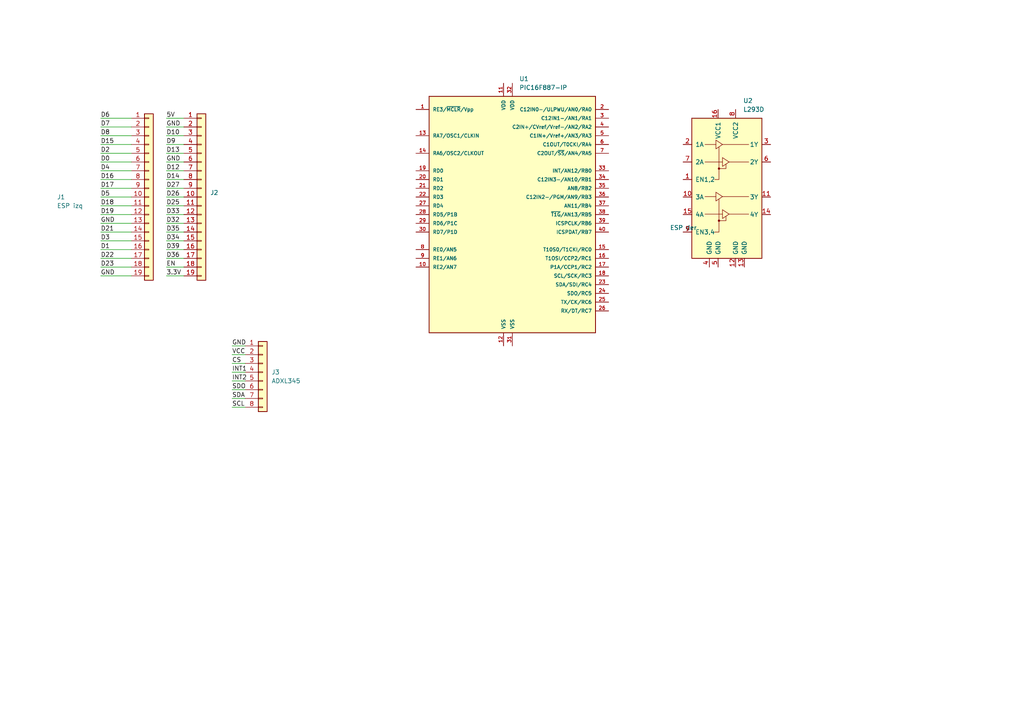
<source format=kicad_sch>
(kicad_sch (version 20230121) (generator eeschema)
  (paper "A4")
  (lib_symbols
    (symbol "Conect_gen:Conn_01x08" (pin_names (offset 1.016) hide)
      (property "Reference" "J" (at 0 10.16 0))
      (property "Value" "Conn_01x08" (at 0 -12.7 0))
      (symbol "Conn_01x08_1_1"
        (rectangle (start -1.27 -10.033) (end 0 -10.287) (stroke (width 0.1524)))
        (rectangle (start -1.27 -7.493) (end 0 -7.747) (stroke (width 0.1524)))
        (rectangle (start -1.27 -4.953) (end 0 -5.207) (stroke (width 0.1524)))
        (rectangle (start -1.27 -2.413) (end 0 -2.667) (stroke (width 0.1524)))
        (rectangle (start -1.27 0.127) (end 0 -0.127) (stroke (width 0.1524)))
        (rectangle (start -1.27 2.667) (end 0 2.413) (stroke (width 0.1524)))
        (rectangle (start -1.27 5.207) (end 0 4.953) (stroke (width 0.1524)))
        (rectangle (start -1.27 7.747) (end 0 7.493) (stroke (width 0.1524)))
        (rectangle (start -1.27 8.89) (end 1.27 -11.43) (stroke (width 0.254)) (fill (type background)))
        (pin passive line (at -5.08 7.62 0) (length 3.81) (name "Pin_1") (number "1"))
        (pin passive line (at -5.08 5.08 0) (length 3.81) (name "Pin_2") (number "2"))
        (pin passive line (at -5.08 2.54 0) (length 3.81) (name "Pin_3") (number "3"))
        (pin passive line (at -5.08 0 0) (length 3.81) (name "Pin_4") (number "4"))
        (pin passive line (at -5.08 -2.54 0) (length 3.81) (name "Pin_5") (number "5"))
        (pin passive line (at -5.08 -5.08 0) (length 3.81) (name "Pin_6") (number "6"))
        (pin passive line (at -5.08 -7.62 0) (length 3.81) (name "Pin_7") (number "7"))
        (pin passive line (at -5.08 -10.16 0) (length 3.81) (name "Pin_8") (number "8"))
      )
    )
    (symbol "Conect_gen:Conn_01x19" (pin_names (offset 1.016) hide)
      (property "Reference" "J" (at 0 25.4 0))
      (property "Value" "Conn_01x19" (at 0 -25.4 0))
      (symbol "Conn_01x19_1_1"
        (rectangle (start -1.27 -22.733) (end 0 -22.987) (stroke (width 0.1524)))
        (rectangle (start -1.27 -20.193) (end 0 -20.447) (stroke (width 0.1524)))
        (rectangle (start -1.27 -17.653) (end 0 -17.907) (stroke (width 0.1524)))
        (rectangle (start -1.27 -15.113) (end 0 -15.367) (stroke (width 0.1524)))
        (rectangle (start -1.27 -12.573) (end 0 -12.827) (stroke (width 0.1524)))
        (rectangle (start -1.27 -10.033) (end 0 -10.287) (stroke (width 0.1524)))
        (rectangle (start -1.27 -7.493) (end 0 -7.747) (stroke (width 0.1524)))
        (rectangle (start -1.27 -4.953) (end 0 -5.207) (stroke (width 0.1524)))
        (rectangle (start -1.27 -2.413) (end 0 -2.667) (stroke (width 0.1524)))
        (rectangle (start -1.27 0.127) (end 0 -0.127) (stroke (width 0.1524)))
        (rectangle (start -1.27 2.667) (end 0 2.413) (stroke (width 0.1524)))
        (rectangle (start -1.27 5.207) (end 0 4.953) (stroke (width 0.1524)))
        (rectangle (start -1.27 7.747) (end 0 7.493) (stroke (width 0.1524)))
        (rectangle (start -1.27 10.287) (end 0 10.033) (stroke (width 0.1524)))
        (rectangle (start -1.27 12.827) (end 0 12.573) (stroke (width 0.1524)))
        (rectangle (start -1.27 15.367) (end 0 15.113) (stroke (width 0.1524)))
        (rectangle (start -1.27 17.907) (end 0 17.653) (stroke (width 0.1524)))
        (rectangle (start -1.27 20.447) (end 0 20.193) (stroke (width 0.1524)))
        (rectangle (start -1.27 22.987) (end 0 22.733) (stroke (width 0.1524)))
        (rectangle (start -1.27 24.13) (end 1.27 -24.13) (stroke (width 0.254)) (fill (type background)))
        (pin passive line (at -5.08 22.86 0) (length 3.81) (name "Pin_1") (number "1"))
        (pin passive line (at -5.08 0 0) (length 3.81) (name "Pin_10") (number "10"))
        (pin passive line (at -5.08 -2.54 0) (length 3.81) (name "Pin_11") (number "11"))
        (pin passive line (at -5.08 -5.08 0) (length 3.81) (name "Pin_12") (number "12"))
        (pin passive line (at -5.08 -7.62 0) (length 3.81) (name "Pin_13") (number "13"))
        (pin passive line (at -5.08 -10.16 0) (length 3.81) (name "Pin_14") (number "14"))
        (pin passive line (at -5.08 -12.7 0) (length 3.81) (name "Pin_15") (number "15"))
        (pin passive line (at -5.08 -15.24 0) (length 3.81) (name "Pin_16") (number "16"))
        (pin passive line (at -5.08 -17.78 0) (length 3.81) (name "Pin_17") (number "17"))
        (pin passive line (at -5.08 -20.32 0) (length 3.81) (name "Pin_18") (number "18"))
        (pin passive line (at -5.08 -22.86 0) (length 3.81) (name "Pin_19") (number "19"))
        (pin passive line (at -5.08 20.32 0) (length 3.81) (name "Pin_2") (number "2"))
        (pin passive line (at -5.08 17.78 0) (length 3.81) (name "Pin_3") (number "3"))
        (pin passive line (at -5.08 15.24 0) (length 3.81) (name "Pin_4") (number "4"))
        (pin passive line (at -5.08 12.7 0) (length 3.81) (name "Pin_5") (number "5"))
        (pin passive line (at -5.08 10.16 0) (length 3.81) (name "Pin_6") (number "6"))
        (pin passive line (at -5.08 7.62 0) (length 3.81) (name "Pin_7") (number "7"))
        (pin passive line (at -5.08 5.08 0) (length 3.81) (name "Pin_8") (number "8"))
        (pin passive line (at -5.08 2.54 0) (length 3.81) (name "Pin_9") (number "9"))
      )
    )
    (symbol "Driver_Motor:L293D" (pin_names (offset 1.016))
      (property "Reference" "U" (at -5.08 26.035 0))
      (property "Value" "L293D" (at -5.08 24.13 0))
      (symbol "L293D_0_1"
        (rectangle (start -10.16 22.86) (end 10.16 -17.78) (stroke (width 0.254)) (fill (type background)))
        (circle (center -2.286 -6.858) (radius 0.254) (fill (type outline)))
        (circle (center -2.286 8.255) (radius 0.254) (fill (type outline)))
        (polyline (pts (xy -6.35 -4.953) (xy -1.27 -4.953)))
        (polyline (pts (xy -6.35 0.127) (xy -3.175 0.127)))
        (polyline (pts (xy -6.35 10.16) (xy -1.27 10.16)))
        (polyline (pts (xy -6.35 15.24) (xy -3.175 15.24)))
        (polyline (pts (xy -1.27 0.127) (xy 6.35 0.127)))
        (polyline (pts (xy -1.27 15.24) (xy 6.35 15.24)))
        (polyline (pts (xy 0.635 -4.953) (xy 6.35 -4.953)))
        (polyline (pts (xy 0.635 10.16) (xy 6.35 10.16)))
        (polyline (pts (xy -2.286 -6.858) (xy -0.254 -6.858) (xy -0.254 -5.588)))
        (polyline (pts (xy -2.286 -0.635) (xy -2.286 -10.16) (xy -3.556 -10.16)))
        (polyline (pts (xy -2.286 8.255) (xy -0.254 8.255) (xy -0.254 9.525)))
        (polyline (pts (xy -2.286 14.478) (xy -2.286 5.08) (xy -3.556 5.08)))
        (polyline (pts (xy -3.175 1.397) (xy -3.175 -1.143) (xy -1.27 0.127) (xy -3.175 1.397)))
        (polyline (pts (xy -3.175 16.51) (xy -3.175 13.97) (xy -1.27 15.24) (xy -3.175 16.51)))
        (polyline (pts (xy -1.27 -3.683) (xy -1.27 -6.223) (xy 0.635 -4.953) (xy -1.27 -3.683)))
        (polyline (pts (xy -1.27 11.43) (xy -1.27 8.89) (xy 0.635 10.16) (xy -1.27 11.43)))
      )
      (symbol "L293D_1_1"
        (pin input line (at -12.7 5.08 0) (length 2.54) (name "EN1,2") (number "1"))
        (pin input line (at -12.7 0 0) (length 2.54) (name "3A") (number "10"))
        (pin output line (at 12.7 0 180) (length 2.54) (name "3Y") (number "11"))
        (pin power_in line (at 2.54 -20.32 90) (length 2.54) (name "GND") (number "12"))
        (pin power_in line (at 5.08 -20.32 90) (length 2.54) (name "GND") (number "13"))
        (pin output line (at 12.7 -5.08 180) (length 2.54) (name "4Y") (number "14"))
        (pin input line (at -12.7 -5.08 0) (length 2.54) (name "4A") (number "15"))
        (pin power_in line (at -2.54 25.4 270) (length 2.54) (name "VCC1") (number "16"))
        (pin input line (at -12.7 15.24 0) (length 2.54) (name "1A") (number "2"))
        (pin output line (at 12.7 15.24 180) (length 2.54) (name "1Y") (number "3"))
        (pin power_in line (at -5.08 -20.32 90) (length 2.54) (name "GND") (number "4"))
        (pin power_in line (at -2.54 -20.32 90) (length 2.54) (name "GND") (number "5"))
        (pin output line (at 12.7 10.16 180) (length 2.54) (name "2Y") (number "6"))
        (pin input line (at -12.7 10.16 0) (length 2.54) (name "2A") (number "7"))
        (pin power_in line (at 2.54 25.4 270) (length 2.54) (name "VCC2") (number "8"))
        (pin input line (at -12.7 -10.16 0) (length 2.54) (name "EN3,4") (number "9"))
      )
    )
    (symbol "MCU_Microchip_PIC16:PIC16F887-IP" (pin_names (offset 1.016))
      (property "Reference" "U" (at 6.35 38.1 0))
      (property "Value" "PIC16F887-IP" (at 6.35 35.56 0))
      (symbol "PIC16F887-IP_0_1"
        (rectangle (start -24.13 -34.29) (end 24.13 34.29) (stroke (width 0.254)) (fill (type background)))
      )
      (symbol "PIC16F887-IP_1_1"
        (pin input line (at -27.94 30.48 0) (length 3.81) (name "RE3/~{MCLR}/Vpp") (number "1"))
        (pin bidirectional line (at -27.94 -15.24 0) (length 3.81) (name "RE2/AN7") (number "10"))
        (pin power_in line (at -2.54 38.1 270) (length 3.81) (name "VDD") (number "11"))
        (pin power_in line (at -2.54 -38.1 90) (length 3.81) (name "VSS") (number "12"))
        (pin bidirectional line (at -27.94 22.86 0) (length 3.81) (name "RA7/OSC1/CLKIN") (number "13"))
        (pin bidirectional line (at -27.94 17.78 0) (length 3.81) (name "RA6/OSC2/CLKOUT") (number "14"))
        (pin bidirectional line (at 27.94 -10.16 180) (length 3.81) (name "T10S0/T1CKI/RC0") (number "15"))
        (pin bidirectional line (at 27.94 -12.7 180) (length 3.81) (name "T1OSI/CCP2/RC1") (number "16"))
        (pin bidirectional line (at 27.94 -15.24 180) (length 3.81) (name "P1A/CCP1/RC2") (number "17"))
        (pin bidirectional line (at 27.94 -17.78 180) (length 3.81) (name "SCL/SCK/RC3") (number "18"))
        (pin bidirectional line (at -27.94 12.7 0) (length 3.81) (name "RD0") (number "19"))
        (pin bidirectional line (at 27.94 30.48 180) (length 3.81) (name "C12IN0-/ULPWU/AN0/RA0") (number "2"))
        (pin bidirectional line (at -27.94 10.16 0) (length 3.81) (name "RD1") (number "20"))
        (pin bidirectional line (at -27.94 7.62 0) (length 3.81) (name "RD2") (number "21"))
        (pin bidirectional line (at -27.94 5.08 0) (length 3.81) (name "RD3") (number "22"))
        (pin bidirectional line (at 27.94 -20.32 180) (length 3.81) (name "SDA/SDI/RC4") (number "23"))
        (pin bidirectional line (at 27.94 -22.86 180) (length 3.81) (name "SDO/RC5") (number "24"))
        (pin bidirectional line (at 27.94 -25.4 180) (length 3.81) (name "TX/CK/RC6") (number "25"))
        (pin bidirectional line (at 27.94 -27.94 180) (length 3.81) (name "RX/DT/RC7") (number "26"))
        (pin bidirectional line (at -27.94 2.54 0) (length 3.81) (name "RD4") (number "27"))
        (pin bidirectional line (at -27.94 0 0) (length 3.81) (name "RD5/P1B") (number "28"))
        (pin bidirectional line (at -27.94 -2.54 0) (length 3.81) (name "RD6/P1C") (number "29"))
        (pin bidirectional line (at 27.94 27.94 180) (length 3.81) (name "C12IN1-/AN1/RA1") (number "3"))
        (pin bidirectional line (at -27.94 -5.08 0) (length 3.81) (name "RD7/P1D") (number "30"))
        (pin power_in line (at 0 -38.1 90) (length 3.81) (name "VSS") (number "31"))
        (pin power_in line (at 0 38.1 270) (length 3.81) (name "VDD") (number "32"))
        (pin bidirectional line (at 27.94 12.7 180) (length 3.81) (name "INT/AN12/RB0") (number "33"))
        (pin bidirectional line (at 27.94 10.16 180) (length 3.81) (name "C12IN3-/AN10/RB1") (number "34"))
        (pin bidirectional line (at 27.94 7.62 180) (length 3.81) (name "AN8/RB2") (number "35"))
        (pin bidirectional line (at 27.94 5.08 180) (length 3.81) (name "C12IN2-/PGM/AN9/RB3") (number "36"))
        (pin bidirectional line (at 27.94 2.54 180) (length 3.81) (name "AN11/RB4") (number "37"))
        (pin bidirectional line (at 27.94 0 180) (length 3.81) (name "~{T1G}/AN13/RB5") (number "38"))
        (pin bidirectional line (at 27.94 -2.54 180) (length 3.81) (name "ICSPCLK/RB6") (number "39"))
        (pin bidirectional line (at 27.94 25.4 180) (length 3.81) (name "C2IN+/CVref/Vref-/AN2/RA2") (number "4"))
        (pin bidirectional line (at 27.94 -5.08 180) (length 3.81) (name "ICSPDAT/RB7") (number "40"))
        (pin bidirectional line (at 27.94 22.86 180) (length 3.81) (name "C1IN+/Vref+/AN3/RA3") (number "5"))
        (pin bidirectional line (at 27.94 20.32 180) (length 3.81) (name "C1OUT/T0CKI/RA4") (number "6"))
        (pin bidirectional line (at 27.94 17.78 180) (length 3.81) (name "C2OUT/~{SS}/AN4/RA5") (number "7"))
        (pin bidirectional line (at -27.94 -10.16 0) (length 3.81) (name "RE0/AN5") (number "8"))
        (pin bidirectional line (at -27.94 -12.7 0) (length 3.81) (name "RE1/AN6") (number "9"))
      )
    )
  )
  (wire (pts (xy 48.26 57.15) (xy 53.34 57.15)))
  (wire (pts (xy 29.21 46.99) (xy 38.1 46.99)))
  (wire (pts (xy 67.31 118.11) (xy 71.12 118.11)))
  (wire (pts (xy 67.31 113.03) (xy 71.12 113.03)))
  (wire (pts (xy 48.26 74.93) (xy 53.34 74.93)))
  (wire (pts (xy 29.21 36.83) (xy 38.1 36.83)))
  (wire (pts (xy 29.21 57.15) (xy 38.1 57.15)))
  (wire (pts (xy 48.26 62.23) (xy 53.34 62.23)))
  (wire (pts (xy 48.26 80.01) (xy 53.34 80.01)))
  (wire (pts (xy 29.21 74.93) (xy 38.1 74.93)))
  (wire (pts (xy 48.26 59.69) (xy 53.34 59.69)))
  (wire (pts (xy 67.31 105.41) (xy 71.12 105.41)))
  (wire (pts (xy 29.21 44.45) (xy 38.1 44.45)))
  (wire (pts (xy 29.21 41.91) (xy 38.1 41.91)))
  (wire (pts (xy 48.26 44.45) (xy 53.34 44.45)))
  (wire (pts (xy 48.26 52.07) (xy 53.34 52.07)))
  (wire (pts (xy 29.21 72.39) (xy 38.1 72.39)))
  (wire (pts (xy 48.26 36.83) (xy 53.34 36.83)))
  (wire (pts (xy 48.26 39.37) (xy 53.34 39.37)))
  (wire (pts (xy 67.31 115.57) (xy 71.12 115.57)))
  (wire (pts (xy 29.21 52.07) (xy 38.1 52.07)))
  (wire (pts (xy 29.21 59.69) (xy 38.1 59.69)))
  (wire (pts (xy 29.21 34.29) (xy 38.1 34.29)))
  (wire (pts (xy 48.26 54.61) (xy 53.34 54.61)))
  (wire (pts (xy 48.26 77.47) (xy 53.34 77.47)))
  (wire (pts (xy 29.21 39.37) (xy 38.1 39.37)))
  (wire (pts (xy 29.21 80.01) (xy 38.1 80.01)))
  (wire (pts (xy 67.31 107.95) (xy 71.12 107.95)))
  (wire (pts (xy 48.26 34.29) (xy 53.34 34.29)))
  (wire (pts (xy 48.26 46.99) (xy 53.34 46.99)))
  (wire (pts (xy 67.31 110.49) (xy 71.12 110.49)))
  (wire (pts (xy 29.21 69.85) (xy 38.1 69.85)))
  (wire (pts (xy 29.21 54.61) (xy 38.1 54.61)))
  (wire (pts (xy 29.21 67.31) (xy 38.1 67.31)))
  (wire (pts (xy 48.26 72.39) (xy 53.34 72.39)))
  (wire (pts (xy 48.26 49.53) (xy 53.34 49.53)))
  (wire (pts (xy 48.26 41.91) (xy 53.34 41.91)))
  (wire (pts (xy 48.26 67.31) (xy 53.34 67.31)))
  (wire (pts (xy 29.21 49.53) (xy 38.1 49.53)))
  (wire (pts (xy 29.21 62.23) (xy 38.1 62.23)))
  (wire (pts (xy 48.26 64.77) (xy 53.34 64.77)))
  (wire (pts (xy 48.26 69.85) (xy 53.34 69.85)))
  (wire (pts (xy 67.31 100.33) (xy 71.12 100.33)))
  (wire (pts (xy 29.21 77.47) (xy 38.1 77.47)))
  (wire (pts (xy 29.21 64.77) (xy 38.1 64.77)))
  (wire (pts (xy 67.31 102.87) (xy 71.12 102.87)))
  (label "INT2" (at 67.31 110.49 0))
  (label "D22" (at 29.21 74.93 0))
  (label "D9" (at 48.26 41.91 0))
  (label "D32" (at 48.26 64.77 0))
  (label "D39" (at 48.26 72.39 0))
  (label "D36" (at 48.26 74.93 0))
  (label "D35" (at 48.26 67.31 0))
  (label "D26" (at 48.26 57.15 0))
  (label "D0" (at 29.21 46.99 0))
  (label "D4" (at 29.21 49.53 0))
  (label "D8" (at 29.21 39.37 0))
  (label "D16" (at 29.21 52.07 0))
  (label "D3" (at 29.21 69.85 0))
  (label "D14" (at 48.26 52.07 0))
  (label "D23" (at 29.21 77.47 0))
  (label "INT1" (at 67.31 107.95 0))
  (label "D21" (at 29.21 67.31 0))
  (label "D5" (at 29.21 57.15 0))
  (label "3.3V" (at 48.26 80.01 0))
  (label "D15" (at 29.21 41.91 0))
  (label "D17" (at 29.21 54.61 0))
  (label "D33" (at 48.26 62.23 0))
  (label "D10" (at 48.26 39.37 0))
  (label "SDO" (at 67.31 113.03 0))
  (label "GND" (at 48.26 36.83 0))
  (label "CS" (at 67.31 105.41 0))
  (label "SCL" (at 67.31 118.11 0))
  (label "GND" (at 67.31 100.33 0))
  (label "GND" (at 48.26 46.99 0))
  (label "D18" (at 29.21 59.69 0))
  (label "EN" (at 48.26 77.47 0))
  (label "GND" (at 29.21 80.01 0))
  (label "D34" (at 48.26 69.85 0))
  (label "GND" (at 29.21 64.77 0))
  (label "D7" (at 29.21 36.83 0))
  (label "5V" (at 48.26 34.29 0))
  (label "D2" (at 29.21 44.45 0))
  (label "D25" (at 48.26 59.69 0))
  (label "SDA" (at 67.31 115.57 0))
  (label "D6" (at 29.21 34.29 0))
  (label "D1" (at 29.21 72.39 0))
  (label "D27" (at 48.26 54.61 0))
  (label "D12" (at 48.26 49.53 0))
  (label "D13" (at 48.26 44.45 0))
  (label "VCC" (at 67.31 102.87 0))
  (label "D19" (at 29.21 62.23 0))
  (symbol (lib_id "Conect_gen:Conn_01x08") (at 76.2 107.95 0) (unit 1)
    (property "Reference" "J3" (at 78.74 107.95 0) (effects (justify left)))
    (property "Value" "ADXL345" (at 78.74 110.49 0) (effects (justify left)))
  )
  (symbol (lib_id "Conect_gen:Conn_01x19") (at 43.18 57.15 0) (unit 1)
    (property "Reference" "J1" (at 16.51 57.15 0) (effects (justify left)))
    (property "Value" "ESP izq" (at 16.51 59.69 0) (effects (justify left)))
    (property "Footprint" "Connector_PinSocket_2.54mm:PinSocket_1x19_P2.54mm_Vertical" (effects hide))
  )
  (symbol (lib_id "Conect_gen:Conn_01x19") (at 58.42 57.15 0) (unit 1)
    (property "Reference" "J2" (at 60.96 55.88 0) (effects (justify left)))
    (property "Value" "ESP der" (at 194.31 66.04 0) (effects (justify left)))
    (property "Footprint" "Connector_PinSocket_2.54mm:PinSocket_1x19_P2.54mm_Vertical" (effects hide))
  )
  (symbol (lib_id "MCU_Microchip_PIC16:PIC16F887-IP") (at 148.59 62.23 0) (unit 1)
    (property "Reference" "U1" (at 150.6094 22.86 0) (effects (justify left)))
    (property "Value" "PIC16F887-IP" (at 150.6094 25.4 0) (effects (justify left)))
    (property "Footprint" "Package_DIP:DIP-40_W15.24mm" (effects hide))
    (property "Datasheet" "http://ww1.microchip.com/downloads/en/DeviceDoc/41291D.pdf" (effects hide))
  )
  (symbol (lib_id "Driver_Motor:L293D") (at 210.82 57.15 0) (unit 1)
    (property "Reference" "U2" (at 215.5541 29.21 0) (effects (justify left)))
    (property "Value" "L293D" (at 215.5541 31.75 0) (effects (justify left)))
    (property "Footprint" "Package_DIP:DIP-16_W7.62mm" (effects hide))
    (property "Datasheet" "http://www.ti.com/lit/ds/symlink/l293.pdf" (effects hide))
  )
)
</source>
